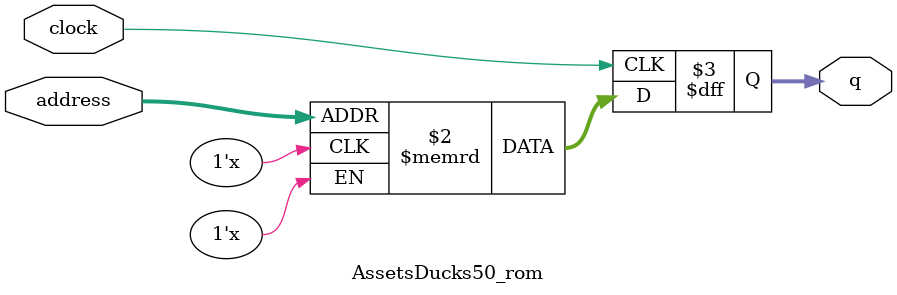
<source format=sv>
module AssetsDucks50_rom (
	input logic clock,
	input logic [11:0] address,
	output logic [3:0] q
);

logic [3:0] memory [0:4095] /* synthesis ram_init_file = "./AssetsDucks50/AssetsDucks50.mif" */;

always_ff @ (posedge clock) begin
	q <= memory[address];
end

endmodule

</source>
